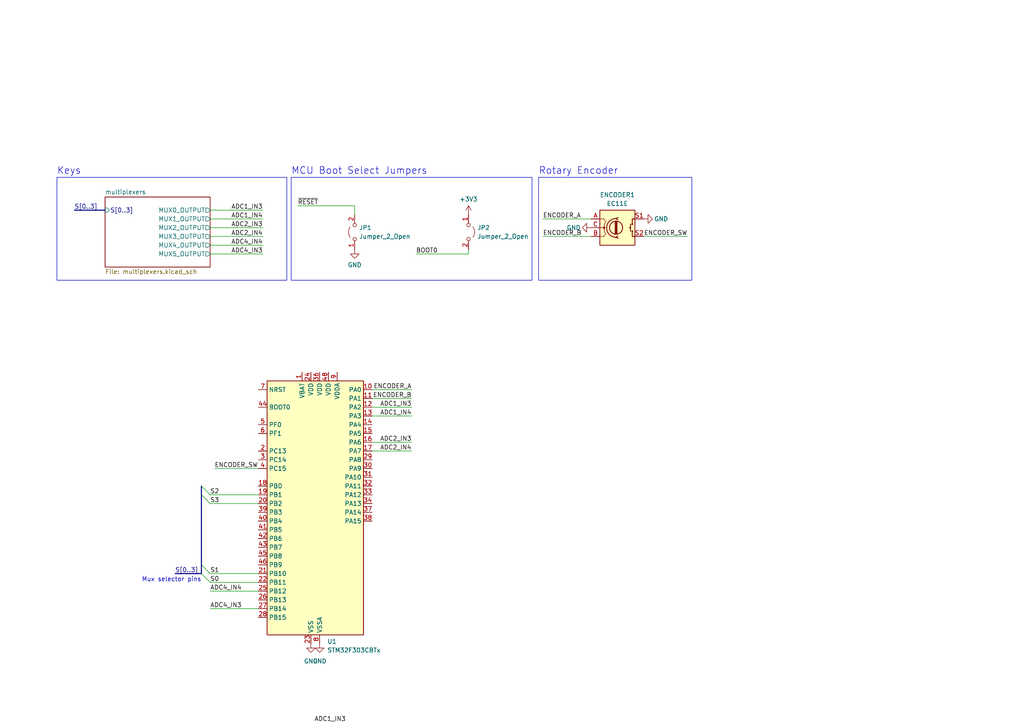
<source format=kicad_sch>
(kicad_sch (version 20230121) (generator eeschema)
  (paper "A4")
  (lib_symbols
    (symbol "Device:RotaryEncoder_Switch" (pin_names (offset 0.254) hide)
      (property "Reference" "SW" (at 0 6.604 0))
      (property "Value" "RotaryEncoder_Switch" (at 0 -6.604 0))
      (symbol "RotaryEncoder_Switch_0_1"
        (rectangle (start -5.08 5.08) (end 5.08 -5.08) (stroke (width 0.254)) (fill (type background)))
        (circle (center -3.81 0) (radius 0.254) (fill (type outline)))
        (circle (center -0.381 0) (radius 1.905) (stroke (width 0.254)))
        (arc (start -0.381 2.667) (mid -3.0988 -0.0635) (end -0.381 -2.794) (stroke (width 0.254)))
        (polyline (pts (xy -0.635 -1.778) (xy -0.635 1.778)) (stroke (width 0.254)))
        (polyline (pts (xy -0.381 -1.778) (xy -0.381 1.778)) (stroke (width 0.254)))
        (polyline (pts (xy -0.127 1.778) (xy -0.127 -1.778)) (stroke (width 0.254)))
        (polyline (pts (xy 3.81 0) (xy 3.429 0)) (stroke (width 0.254)))
        (polyline (pts (xy 3.81 1.016) (xy 3.81 -1.016)) (stroke (width 0.254)))
        (polyline (pts (xy -5.08 -2.54) (xy -3.81 -2.54) (xy -3.81 -2.032)))
        (polyline (pts (xy -5.08 2.54) (xy -3.81 2.54) (xy -3.81 2.032)))
        (polyline (pts (xy 0.254 -3.048) (xy -0.508 -2.794) (xy 0.127 -2.413)) (stroke (width 0.254)))
        (polyline (pts (xy 0.254 2.921) (xy -0.508 2.667) (xy 0.127 2.286)) (stroke (width 0.254)))
        (polyline (pts (xy 5.08 -2.54) (xy 4.318 -2.54) (xy 4.318 -1.016)) (stroke (width 0.254)))
        (polyline (pts (xy 5.08 2.54) (xy 4.318 2.54) (xy 4.318 1.016)) (stroke (width 0.254)))
        (polyline (pts (xy -5.08 0) (xy -3.81 0) (xy -3.81 -1.016) (xy -3.302 -2.032)))
        (polyline (pts (xy -4.318 0) (xy -3.81 0) (xy -3.81 1.016) (xy -3.302 2.032)))
        (circle (center 4.318 -1.016) (radius 0.127) (stroke (width 0.254)))
        (circle (center 4.318 1.016) (radius 0.127) (stroke (width 0.254)))
      )
      (symbol "RotaryEncoder_Switch_1_1"
        (pin passive line (at -7.62 2.54 0) (length 2.54) (name "A") (number "A"))
        (pin passive line (at -7.62 -2.54 0) (length 2.54) (name "B") (number "B"))
        (pin passive line (at -7.62 0 0) (length 2.54) (name "C") (number "C"))
        (pin passive line (at 7.62 2.54 180) (length 2.54) (name "S1") (number "S1"))
        (pin passive line (at 7.62 -2.54 180) (length 2.54) (name "S2") (number "S2"))
      )
    )
    (symbol "Jumper:Jumper_2_Open" (pin_names (offset 0) hide)
      (property "Reference" "JP" (at 0 2.794 0))
      (property "Value" "Jumper_2_Open" (at 0 -2.286 0))
      (symbol "Jumper_2_Open_0_0"
        (circle (center -2.032 0) (radius 0.508))
        (circle (center 2.032 0) (radius 0.508))
      )
      (symbol "Jumper_2_Open_0_1"
        (arc (start 1.524 1.27) (mid 0 1.778) (end -1.524 1.27))
      )
      (symbol "Jumper_2_Open_1_1"
        (pin passive line (at -5.08 0 0) (length 2.54) (name "A") (number "1"))
        (pin passive line (at 5.08 0 180) (length 2.54) (name "B") (number "2"))
      )
    )
    (symbol "MCU_ST_STM32F3:STM32F303CBTx"
      (property "Reference" "U" (at -12.7 39.37 0))
      (property "Value" "STM32F303CBTx" (at 10.16 39.37 0))
      (symbol "STM32F303CBTx_0_1"
        (rectangle (start -12.7 -35.56) (end 15.24 38.1) (stroke (width 0.254)) (fill (type background)))
      )
      (symbol "STM32F303CBTx_1_1"
        (pin power_in line (at -2.54 40.64 270) (length 2.54) (name "VBAT") (number "1"))
        (pin bidirectional line (at 17.78 35.56 180) (length 2.54) (name "PA0") (number "10"))
        (pin bidirectional line (at 17.78 33.02 180) (length 2.54) (name "PA1") (number "11"))
        (pin bidirectional line (at 17.78 30.48 180) (length 2.54) (name "PA2") (number "12"))
        (pin bidirectional line (at 17.78 27.94 180) (length 2.54) (name "PA3") (number "13"))
        (pin bidirectional line (at 17.78 25.4 180) (length 2.54) (name "PA4") (number "14"))
        (pin bidirectional line (at 17.78 22.86 180) (length 2.54) (name "PA5") (number "15"))
        (pin bidirectional line (at 17.78 20.32 180) (length 2.54) (name "PA6") (number "16"))
        (pin bidirectional line (at 17.78 17.78 180) (length 2.54) (name "PA7") (number "17"))
        (pin bidirectional line (at -15.24 7.62 0) (length 2.54) (name "PB0") (number "18"))
        (pin bidirectional line (at -15.24 5.08 0) (length 2.54) (name "PB1") (number "19"))
        (pin bidirectional line (at -15.24 17.78 0) (length 2.54) (name "PC13") (number "2"))
        (pin bidirectional line (at -15.24 2.54 0) (length 2.54) (name "PB2") (number "20"))
        (pin bidirectional line (at -15.24 -17.78 0) (length 2.54) (name "PB10") (number "21"))
        (pin bidirectional line (at -15.24 -20.32 0) (length 2.54) (name "PB11") (number "22"))
        (pin power_in line (at 0 -38.1 90) (length 2.54) (name "VSS") (number "23"))
        (pin power_in line (at 0 40.64 270) (length 2.54) (name "VDD") (number "24"))
        (pin bidirectional line (at -15.24 -22.86 0) (length 2.54) (name "PB12") (number "25"))
        (pin bidirectional line (at -15.24 -25.4 0) (length 2.54) (name "PB13") (number "26"))
        (pin bidirectional line (at -15.24 -27.94 0) (length 2.54) (name "PB14") (number "27"))
        (pin bidirectional line (at -15.24 -30.48 0) (length 2.54) (name "PB15") (number "28"))
        (pin bidirectional line (at 17.78 15.24 180) (length 2.54) (name "PA8") (number "29"))
        (pin bidirectional line (at -15.24 15.24 0) (length 2.54) (name "PC14") (number "3"))
        (pin bidirectional line (at 17.78 12.7 180) (length 2.54) (name "PA9") (number "30"))
        (pin bidirectional line (at 17.78 10.16 180) (length 2.54) (name "PA10") (number "31"))
        (pin bidirectional line (at 17.78 7.62 180) (length 2.54) (name "PA11") (number "32"))
        (pin bidirectional line (at 17.78 5.08 180) (length 2.54) (name "PA12") (number "33"))
        (pin bidirectional line (at 17.78 2.54 180) (length 2.54) (name "PA13") (number "34"))
        (pin passive line (at 0 -38.1 90) (length 2.54) hide (name "VSS") (number "35"))
        (pin power_in line (at 2.54 40.64 270) (length 2.54) (name "VDD") (number "36"))
        (pin bidirectional line (at 17.78 0 180) (length 2.54) (name "PA14") (number "37"))
        (pin bidirectional line (at 17.78 -2.54 180) (length 2.54) (name "PA15") (number "38"))
        (pin bidirectional line (at -15.24 0 0) (length 2.54) (name "PB3") (number "39"))
        (pin bidirectional line (at -15.24 12.7 0) (length 2.54) (name "PC15") (number "4"))
        (pin bidirectional line (at -15.24 -2.54 0) (length 2.54) (name "PB4") (number "40"))
        (pin bidirectional line (at -15.24 -5.08 0) (length 2.54) (name "PB5") (number "41"))
        (pin bidirectional line (at -15.24 -7.62 0) (length 2.54) (name "PB6") (number "42"))
        (pin bidirectional line (at -15.24 -10.16 0) (length 2.54) (name "PB7") (number "43"))
        (pin input line (at -15.24 30.48 0) (length 2.54) (name "BOOT0") (number "44"))
        (pin bidirectional line (at -15.24 -12.7 0) (length 2.54) (name "PB8") (number "45"))
        (pin bidirectional line (at -15.24 -15.24 0) (length 2.54) (name "PB9") (number "46"))
        (pin passive line (at 0 -38.1 90) (length 2.54) hide (name "VSS") (number "47"))
        (pin power_in line (at 5.08 40.64 270) (length 2.54) (name "VDD") (number "48"))
        (pin bidirectional line (at -15.24 25.4 0) (length 2.54) (name "PF0") (number "5"))
        (pin bidirectional line (at -15.24 22.86 0) (length 2.54) (name "PF1") (number "6"))
        (pin input line (at -15.24 35.56 0) (length 2.54) (name "NRST") (number "7"))
        (pin power_in line (at 2.54 -38.1 90) (length 2.54) (name "VSSA") (number "8"))
        (pin power_in line (at 7.62 40.64 270) (length 2.54) (name "VDDA") (number "9"))
      )
    )
    (symbol "power:+3V3" (power) (pin_names (offset 0))
      (property "Value" "+3V3" (at 0 3.556 0))
      (symbol "+3V3_0_1"
        (polyline (pts (xy -0.762 1.27) (xy 0 2.54)))
        (polyline (pts (xy 0 0) (xy 0 2.54)))
        (polyline (pts (xy 0 2.54) (xy 0.762 1.27)))
      )
      (symbol "+3V3_1_1"
        (pin power_in line (at 0 0 90) (length 0) hide (name "+3V3") (number "1"))
      )
    )
    (symbol "power:GND" (power) (pin_names (offset 0))
      (property "Value" "GND" (at 0 -3.81 0))
      (symbol "GND_0_1"
        (polyline (pts (xy 0 0) (xy 0 -1.27) (xy 1.27 -1.27) (xy 0 -2.54) (xy -1.27 -1.27) (xy 0 -1.27)))
      )
      (symbol "GND_1_1"
        (pin power_in line (at 0 0 270) (length 0) hide (name "GND") (number "1"))
      )
    )
  )
  (bus_entry (at 58.42 163.83) (size 2.54 2.54))
  (bus_entry (at 58.42 140.97) (size 2.54 2.54))
  (bus_entry (at 58.42 143.51) (size 2.54 2.54))
  (bus_entry (at 58.42 166.37) (size 2.54 2.54))
  (wire (pts (xy 120.65 73.66) (xy 135.89 73.66)))
  (wire (pts (xy 60.96 176.53) (xy 74.93 176.53)))
  (wire (pts (xy 60.96 166.37) (xy 74.93 166.37)))
  (wire (pts (xy 107.95 118.11) (xy 119.38 118.11)))
  (wire (pts (xy 86.36 59.69) (xy 102.87 59.69)))
  (bus (pts (xy 58.42 143.51) (xy 58.42 163.83)))
  (wire (pts (xy 60.96 171.45) (xy 74.93 171.45)))
  (wire (pts (xy 60.96 168.91) (xy 74.93 168.91)))
  (wire (pts (xy 60.96 71.12) (xy 76.2 71.12)))
  (bus (pts (xy 21.59 60.96) (xy 30.48 60.96)))
  (wire (pts (xy 157.48 68.58) (xy 171.45 68.58)))
  (wire (pts (xy 60.96 73.66) (xy 76.2 73.66)))
  (wire (pts (xy 119.38 115.57) (xy 107.95 115.57)))
  (wire (pts (xy 60.96 66.04) (xy 76.2 66.04)))
  (wire (pts (xy 119.38 113.03) (xy 107.95 113.03)))
  (wire (pts (xy 60.96 63.5) (xy 76.2 63.5)))
  (bus (pts (xy 50.8 166.37) (xy 58.42 166.37)))
  (wire (pts (xy 157.48 63.5) (xy 171.45 63.5)))
  (wire (pts (xy 199.39 68.58) (xy 186.69 68.58)))
  (wire (pts (xy 119.38 120.65) (xy 107.95 120.65)))
  (bus (pts (xy 58.42 163.83) (xy 58.42 166.37)))
  (wire (pts (xy 62.23 135.89) (xy 74.93 135.89)))
  (wire (pts (xy 60.96 146.05) (xy 74.93 146.05)))
  (wire (pts (xy 119.38 128.27) (xy 107.95 128.27)))
  (wire (pts (xy 60.96 60.96) (xy 76.2 60.96)))
  (wire (pts (xy 60.96 68.58) (xy 76.2 68.58)))
  (wire (pts (xy 135.89 73.66) (xy 135.89 72.39)))
  (wire (pts (xy 102.87 59.69) (xy 102.87 62.23)))
  (bus (pts (xy 58.42 140.97) (xy 58.42 143.51)))
  (wire (pts (xy 119.38 130.81) (xy 107.95 130.81)))
  (wire (pts (xy 60.96 143.51) (xy 74.93 143.51)))
  (rectangle (start 16.51 51.435) (end 83.185 81.28))
  (rectangle (start 156.21 51.435) (end 200.66 81.28))
  (rectangle (start 84.455 51.435) (end 154.305 81.28))
  (text "Keys" (at 16.51 50.8 0) (effects (font (size 2 2)) (justify left bottom)))
  (text "Mux selector pins" (at 58.42 168.91 0) (effects (font (size 1.27 1.27)) (justify right bottom)))
  (text "Rotary Encoder" (at 156.21 50.8 0) (effects (font (size 2 2)) (justify left bottom)))
  (text "MCU Boot Select Jumpers" (at 84.455 50.8 0) (effects (font (size 2 2)) (justify left bottom)))
  (label "ADC4_IN4" (at 76.2 71.12 180))
  (label "ADC1_IN4" (at 119.38 120.65 180))
  (label "ADC4_IN4" (at 60.96 171.45 0))
  (label "ENCODER_B" (at 119.38 115.57 180))
  (label "ADC2_IN3" (at 76.2 66.04 180))
  (label "ADC2_IN4" (at 119.38 130.81 180))
  (label "ADC4_IN3" (at 76.2 73.66 180))
  (label "S[0..3]" (at 50.8 166.37 0))
  (label "ADC1_IN3" (at 100.33 209.55 180))
  (label "ADC4_IN3" (at 60.96 176.53 0))
  (label "ADC1_IN4" (at 76.2 63.5 180))
  (label "S1" (at 60.96 166.37 0))
  (label "ENCODER_A" (at 119.38 113.03 180))
  (label "ADC2_IN3" (at 119.38 128.27 180))
  (label "S3" (at 60.96 146.05 0))
  (label "ENCODER_A" (at 157.48 63.5 0))
  (label "ENCODER_SW" (at 199.39 68.58 180))
  (label "ADC1_IN3" (at 76.2 60.96 180))
  (label "BOOT0" (at 120.65 73.66 0))
  (label "ADC1_IN3" (at 119.38 118.11 180))
  (label "~{RESET}" (at 86.36 59.69 0))
  (label "S2" (at 60.96 143.51 0))
  (label "ENCODER_B" (at 157.48 68.58 0))
  (label "S0" (at 60.96 168.91 0))
  (label "ENCODER_SW" (at 62.23 135.89 0))
  (label "ADC2_IN4" (at 76.2 68.58 180))
  (label "S[0..3]" (at 21.59 60.96 0))
  (symbol (lib_id "Device:RotaryEncoder_Switch") (at 179.07 66.04 0) (unit 1)
    (property "Reference" "ENCODER1" (at 179.07 56.515 0))
    (property "Value" "EC11E" (at 179.07 59.055 0))
    (property "Footprint" "PCM_marbastlib-various:ROT_Alps_EC11E-Switch" (effects hide))
  )
  (symbol (lib_id "MCU_ST_STM32F3:STM32F303CBTx") (at 90.17 148.59 0) (unit 1)
    (property "Reference" "U1" (at 94.9041 186.055 0) (effects (justify left)))
    (property "Value" "STM32F303CBTx" (at 94.9041 188.595 0) (effects (justify left)))
    (property "Footprint" "Package_QFP:LQFP-48_7x7mm_P0.5mm" (effects hide))
    (property "Datasheet" "https://www.st.com/resource/en/datasheet/stm32f303cb.pdf" (effects hide))
  )
  (symbol (lib_id "power:GND") (at 171.45 66.04 270) (unit 1)
    (property "Reference" "#PWR03" (effects hide))
    (property "Value" "GND" (at 166.37 66.04 90))
  )
  (symbol (lib_id "power:GND") (at 92.71 186.69 0) (unit 1)
    (property "Reference" "#PWR06" (effects hide))
    (property "Value" "GND" (at 92.71 191.77 0))
  )
  (symbol (lib_id "power:GND") (at 90.17 186.69 0) (unit 1)
    (property "Reference" "#PWR05" (effects hide))
    (property "Value" "GND" (at 90.17 191.77 0))
  )
  (symbol (lib_id "power:GND") (at 102.87 72.39 0) (unit 1)
    (property "Reference" "#PWR04" (effects hide))
    (property "Value" "GND" (at 102.87 76.835 0))
  )
  (symbol (lib_id "Jumper:Jumper_2_Open") (at 102.87 67.31 90) (unit 1)
    (property "Reference" "JP1" (at 104.14 66.04 90) (effects (justify right)))
    (property "Value" "Jumper_2_Open" (at 104.14 68.58 90) (effects (justify right)))
    (property "Footprint" "Connector_PinHeader_2.54mm:PinHeader_1x02_P2.54mm_Vertical" (effects hide))
  )
  (symbol (lib_id "power:+3V3") (at 135.89 62.23 0) (mirror y) (unit 1)
    (property "Reference" "#PWR01" (effects hide))
    (property "Value" "+3V3" (at 135.89 57.785 0))
  )
  (symbol (lib_id "Jumper:Jumper_2_Open") (at 135.89 67.31 270) (unit 1)
    (property "Reference" "JP2" (at 138.43 66.04 90) (effects (justify left)))
    (property "Value" "Jumper_2_Open" (at 138.43 68.58 90) (effects (justify left)))
    (property "Footprint" "Connector_PinHeader_2.54mm:PinHeader_1x02_P2.54mm_Vertical" (effects hide))
  )
  (symbol (lib_id "power:GND") (at 186.69 63.5 90) (unit 1)
    (property "Reference" "#PWR02" (effects hide))
    (property "Value" "GND" (at 191.77 63.5 90))
  )
  (sheet (at 30.48 57.15) (size 30.48 20.32) (stroke (width 0.1524))
    (property "Sheetname" "multiplexers" (at 30.48 56.4384 0) (effects (justify left bottom)))
    (property "Sheetfile" "multiplexers.kicad_sch" (at 30.48 78.0546 0) (effects (justify left top)))
    (pin "MUX1_OUTPUT" output (at 60.96 63.5 0))
    (pin "S[0..3]" input (at 30.48 60.96 180))
    (pin "MUX5_OUTPUT" output (at 60.96 73.66 0))
    (pin "MUX4_OUTPUT" output (at 60.96 71.12 0))
    (pin "MUX0_OUTPUT" output (at 60.96 60.96 0))
    (pin "MUX2_OUTPUT" output (at 60.96 66.04 0))
    (pin "MUX3_OUTPUT" output (at 60.96 68.58 0))
  )
)
</source>
